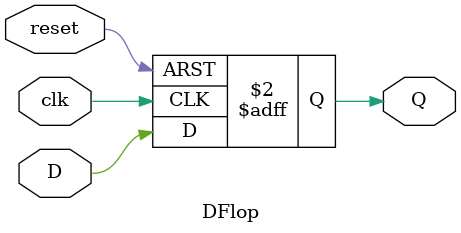
<source format=v>
`timescale 1ns / 1ps
/*=================================================================================
 * Authors:	  Benjamin Santos
 * Email: 	  benjaminsantos@gmx.com
 * Project:   CECS 460 Lab 2 - Transmit Engine
 * File Name: DFlop.v
 * Date: 	  March 10, 2017
 * Notes:     A general DFlop that generates 1 clock delay for a register.
 
=================================================================================*/
module DFlop(clk, reset, D, Q);
   input clk, reset, D;
   output reg Q;
   
   always @(posedge clk, posedge reset)
      if(reset)
         Q <= 0;
      else
         Q <= D;
       
endmodule

</source>
